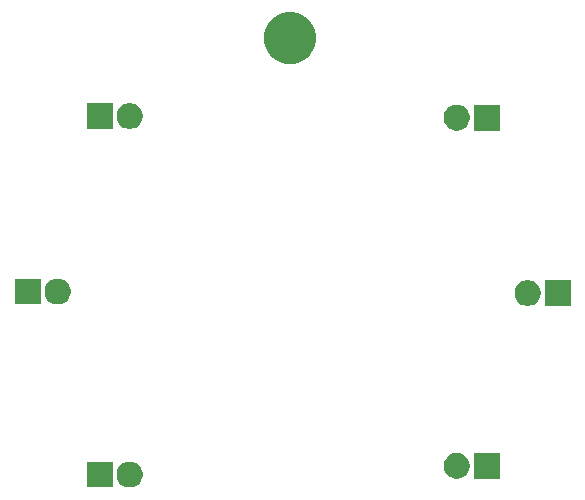
<source format=gbr>
G04 #@! TF.GenerationSoftware,KiCad,Pcbnew,(5.0.0)*
G04 #@! TF.CreationDate,2018-10-24T09:39:07-04:00*
G04 #@! TF.ProjectId,Interlock,496E7465726C6F636B2E6B696361645F,rev?*
G04 #@! TF.SameCoordinates,Original*
G04 #@! TF.FileFunction,Soldermask,Top*
G04 #@! TF.FilePolarity,Negative*
%FSLAX46Y46*%
G04 Gerber Fmt 4.6, Leading zero omitted, Abs format (unit mm)*
G04 Created by KiCad (PCBNEW (5.0.0)) date 10/24/18 09:39:07*
%MOMM*%
%LPD*%
G01*
G04 APERTURE LIST*
%ADD10C,0.100000*%
G04 APERTURE END LIST*
D10*
G36*
X126322000Y-78824000D02*
X124122000Y-78824000D01*
X124122000Y-76624000D01*
X126322000Y-76624000D01*
X126322000Y-78824000D01*
X126322000Y-78824000D01*
G37*
G36*
X128082857Y-76666272D02*
X128283042Y-76749191D01*
X128463213Y-76869578D01*
X128616422Y-77022787D01*
X128736809Y-77202958D01*
X128819728Y-77403143D01*
X128862000Y-77615658D01*
X128862000Y-77832342D01*
X128819728Y-78044857D01*
X128736809Y-78245042D01*
X128616422Y-78425213D01*
X128463213Y-78578422D01*
X128283042Y-78698809D01*
X128082857Y-78781728D01*
X127870342Y-78824000D01*
X127653658Y-78824000D01*
X127441143Y-78781728D01*
X127240958Y-78698809D01*
X127060787Y-78578422D01*
X126907578Y-78425213D01*
X126787191Y-78245042D01*
X126704272Y-78044857D01*
X126662000Y-77832342D01*
X126662000Y-77615658D01*
X126704272Y-77403143D01*
X126787191Y-77202958D01*
X126907578Y-77022787D01*
X127060787Y-76869578D01*
X127240958Y-76749191D01*
X127441143Y-76666272D01*
X127653658Y-76624000D01*
X127870342Y-76624000D01*
X128082857Y-76666272D01*
X128082857Y-76666272D01*
G37*
G36*
X159100000Y-78100000D02*
X156900000Y-78100000D01*
X156900000Y-75900000D01*
X159100000Y-75900000D01*
X159100000Y-78100000D01*
X159100000Y-78100000D01*
G37*
G36*
X155780857Y-75942272D02*
X155981042Y-76025191D01*
X156161213Y-76145578D01*
X156314422Y-76298787D01*
X156434809Y-76478958D01*
X156517728Y-76679143D01*
X156560000Y-76891658D01*
X156560000Y-77108342D01*
X156517728Y-77320857D01*
X156434809Y-77521042D01*
X156314422Y-77701213D01*
X156161213Y-77854422D01*
X155981042Y-77974809D01*
X155780857Y-78057728D01*
X155568342Y-78100000D01*
X155351658Y-78100000D01*
X155139143Y-78057728D01*
X154938958Y-77974809D01*
X154758787Y-77854422D01*
X154605578Y-77701213D01*
X154485191Y-77521042D01*
X154402272Y-77320857D01*
X154360000Y-77108342D01*
X154360000Y-76891658D01*
X154402272Y-76679143D01*
X154485191Y-76478958D01*
X154605578Y-76298787D01*
X154758787Y-76145578D01*
X154938958Y-76025191D01*
X155139143Y-75942272D01*
X155351658Y-75900000D01*
X155568342Y-75900000D01*
X155780857Y-75942272D01*
X155780857Y-75942272D01*
G37*
G36*
X161780857Y-61299272D02*
X161981042Y-61382191D01*
X162161213Y-61502578D01*
X162314422Y-61655787D01*
X162434809Y-61835958D01*
X162517728Y-62036143D01*
X162560000Y-62248658D01*
X162560000Y-62465342D01*
X162517728Y-62677857D01*
X162434809Y-62878042D01*
X162314422Y-63058213D01*
X162161213Y-63211422D01*
X161981042Y-63331809D01*
X161780857Y-63414728D01*
X161568342Y-63457000D01*
X161351658Y-63457000D01*
X161139143Y-63414728D01*
X160938958Y-63331809D01*
X160758787Y-63211422D01*
X160605578Y-63058213D01*
X160485191Y-62878042D01*
X160402272Y-62677857D01*
X160360000Y-62465342D01*
X160360000Y-62248658D01*
X160402272Y-62036143D01*
X160485191Y-61835958D01*
X160605578Y-61655787D01*
X160758787Y-61502578D01*
X160938958Y-61382191D01*
X161139143Y-61299272D01*
X161351658Y-61257000D01*
X161568342Y-61257000D01*
X161780857Y-61299272D01*
X161780857Y-61299272D01*
G37*
G36*
X165100000Y-63457000D02*
X162900000Y-63457000D01*
X162900000Y-61257000D01*
X165100000Y-61257000D01*
X165100000Y-63457000D01*
X165100000Y-63457000D01*
G37*
G36*
X120226000Y-63330000D02*
X118026000Y-63330000D01*
X118026000Y-61130000D01*
X120226000Y-61130000D01*
X120226000Y-63330000D01*
X120226000Y-63330000D01*
G37*
G36*
X121986857Y-61172272D02*
X122187042Y-61255191D01*
X122367213Y-61375578D01*
X122520422Y-61528787D01*
X122640809Y-61708958D01*
X122723728Y-61909143D01*
X122766000Y-62121658D01*
X122766000Y-62338342D01*
X122723728Y-62550857D01*
X122640809Y-62751042D01*
X122520422Y-62931213D01*
X122367213Y-63084422D01*
X122187042Y-63204809D01*
X121986857Y-63287728D01*
X121774342Y-63330000D01*
X121557658Y-63330000D01*
X121345143Y-63287728D01*
X121144958Y-63204809D01*
X120964787Y-63084422D01*
X120811578Y-62931213D01*
X120691191Y-62751042D01*
X120608272Y-62550857D01*
X120566000Y-62338342D01*
X120566000Y-62121658D01*
X120608272Y-61909143D01*
X120691191Y-61708958D01*
X120811578Y-61528787D01*
X120964787Y-61375578D01*
X121144958Y-61255191D01*
X121345143Y-61172272D01*
X121557658Y-61130000D01*
X121774342Y-61130000D01*
X121986857Y-61172272D01*
X121986857Y-61172272D01*
G37*
G36*
X155780857Y-46442272D02*
X155981042Y-46525191D01*
X156161213Y-46645578D01*
X156314422Y-46798787D01*
X156434809Y-46978958D01*
X156517728Y-47179143D01*
X156560000Y-47391658D01*
X156560000Y-47608342D01*
X156517728Y-47820857D01*
X156434809Y-48021042D01*
X156434807Y-48021045D01*
X156400618Y-48072213D01*
X156314422Y-48201213D01*
X156161213Y-48354422D01*
X155981042Y-48474809D01*
X155780857Y-48557728D01*
X155568342Y-48600000D01*
X155351658Y-48600000D01*
X155139143Y-48557728D01*
X154938958Y-48474809D01*
X154758787Y-48354422D01*
X154605578Y-48201213D01*
X154519383Y-48072213D01*
X154485193Y-48021045D01*
X154485191Y-48021042D01*
X154402272Y-47820857D01*
X154360000Y-47608342D01*
X154360000Y-47391658D01*
X154402272Y-47179143D01*
X154485191Y-46978958D01*
X154605578Y-46798787D01*
X154758787Y-46645578D01*
X154938958Y-46525191D01*
X155139143Y-46442272D01*
X155351658Y-46400000D01*
X155568342Y-46400000D01*
X155780857Y-46442272D01*
X155780857Y-46442272D01*
G37*
G36*
X159100000Y-48600000D02*
X156900000Y-48600000D01*
X156900000Y-46400000D01*
X159100000Y-46400000D01*
X159100000Y-48600000D01*
X159100000Y-48600000D01*
G37*
G36*
X126322000Y-48471000D02*
X124122000Y-48471000D01*
X124122000Y-46271000D01*
X126322000Y-46271000D01*
X126322000Y-48471000D01*
X126322000Y-48471000D01*
G37*
G36*
X128082857Y-46313272D02*
X128283042Y-46396191D01*
X128463213Y-46516578D01*
X128616422Y-46669787D01*
X128616424Y-46669790D01*
X128616425Y-46669791D01*
X128702620Y-46798791D01*
X128736809Y-46849958D01*
X128819728Y-47050143D01*
X128862000Y-47262658D01*
X128862000Y-47479342D01*
X128819728Y-47691857D01*
X128736809Y-47892042D01*
X128616422Y-48072213D01*
X128463213Y-48225422D01*
X128283042Y-48345809D01*
X128082857Y-48428728D01*
X127870342Y-48471000D01*
X127653658Y-48471000D01*
X127441143Y-48428728D01*
X127240958Y-48345809D01*
X127060787Y-48225422D01*
X126907578Y-48072213D01*
X126787191Y-47892042D01*
X126704272Y-47691857D01*
X126662000Y-47479342D01*
X126662000Y-47262658D01*
X126704272Y-47050143D01*
X126787191Y-46849958D01*
X126821380Y-46798791D01*
X126907575Y-46669791D01*
X126907576Y-46669790D01*
X126907578Y-46669787D01*
X127060787Y-46516578D01*
X127240958Y-46396191D01*
X127441143Y-46313272D01*
X127653658Y-46271000D01*
X127870342Y-46271000D01*
X128082857Y-46313272D01*
X128082857Y-46313272D01*
G37*
G36*
X141992716Y-38651544D02*
X142393090Y-38817384D01*
X142753421Y-39058150D01*
X143059850Y-39364579D01*
X143300616Y-39724910D01*
X143466456Y-40125284D01*
X143551000Y-40550317D01*
X143551000Y-40983683D01*
X143466456Y-41408716D01*
X143300616Y-41809090D01*
X143059850Y-42169421D01*
X142753421Y-42475850D01*
X142393090Y-42716616D01*
X141992716Y-42882456D01*
X141567683Y-42967000D01*
X141134317Y-42967000D01*
X140709284Y-42882456D01*
X140308910Y-42716616D01*
X139948579Y-42475850D01*
X139642150Y-42169421D01*
X139401384Y-41809090D01*
X139235544Y-41408716D01*
X139151000Y-40983683D01*
X139151000Y-40550317D01*
X139235544Y-40125284D01*
X139401384Y-39724910D01*
X139642150Y-39364579D01*
X139948579Y-39058150D01*
X140308910Y-38817384D01*
X140709284Y-38651544D01*
X141134317Y-38567000D01*
X141567683Y-38567000D01*
X141992716Y-38651544D01*
X141992716Y-38651544D01*
G37*
M02*

</source>
